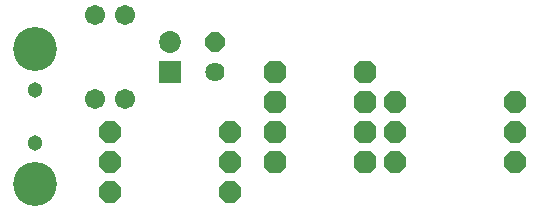
<source format=gbs>
G75*
%MOIN*%
%OFA0B0*%
%FSLAX24Y24*%
%IPPOS*%
%LPD*%
%AMOC8*
5,1,8,0,0,1.08239X$1,22.5*
%
%ADD10C,0.0674*%
%ADD11OC8,0.0740*%
%ADD12OC8,0.0640*%
%ADD13C,0.0640*%
%ADD14R,0.0730X0.0730*%
%ADD15C,0.0730*%
%ADD16C,0.1464*%
%ADD17C,0.0513*%
%ADD18OC8,0.0760*%
D10*
X009015Y004890D03*
X010015Y004890D03*
X010015Y007690D03*
X009015Y007690D03*
D11*
X019015Y004790D03*
X019015Y003790D03*
X019015Y002790D03*
X023015Y002790D03*
X023015Y003790D03*
X023015Y004790D03*
X013515Y003790D03*
X013515Y002790D03*
X013515Y001790D03*
X009515Y001790D03*
X009515Y002790D03*
X009515Y003790D03*
D12*
X013015Y006790D03*
D13*
X013015Y005790D03*
D14*
X011515Y005790D03*
D15*
X011515Y006790D03*
D16*
X007015Y002046D03*
X007015Y006534D03*
D17*
X007015Y005176D03*
X007015Y003404D03*
D18*
X015015Y003790D03*
X018015Y003790D03*
X018015Y002790D03*
X015015Y002790D03*
X015015Y004790D03*
X018015Y004790D03*
X018015Y005790D03*
X015015Y005790D03*
M02*

</source>
